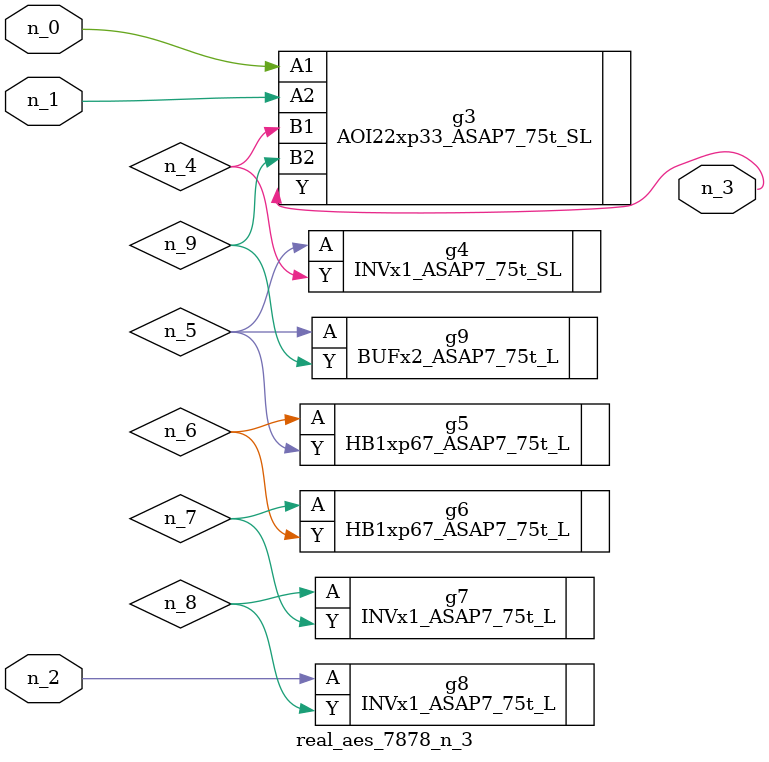
<source format=v>
module real_aes_7878_n_3 (n_0, n_2, n_1, n_3);
input n_0;
input n_2;
input n_1;
output n_3;
wire n_4;
wire n_5;
wire n_7;
wire n_9;
wire n_6;
wire n_8;
AOI22xp33_ASAP7_75t_SL g3 ( .A1(n_0), .A2(n_1), .B1(n_4), .B2(n_9), .Y(n_3) );
INVx1_ASAP7_75t_L g8 ( .A(n_2), .Y(n_8) );
INVx1_ASAP7_75t_SL g4 ( .A(n_5), .Y(n_4) );
BUFx2_ASAP7_75t_L g9 ( .A(n_5), .Y(n_9) );
HB1xp67_ASAP7_75t_L g5 ( .A(n_6), .Y(n_5) );
HB1xp67_ASAP7_75t_L g6 ( .A(n_7), .Y(n_6) );
INVx1_ASAP7_75t_L g7 ( .A(n_8), .Y(n_7) );
endmodule
</source>
